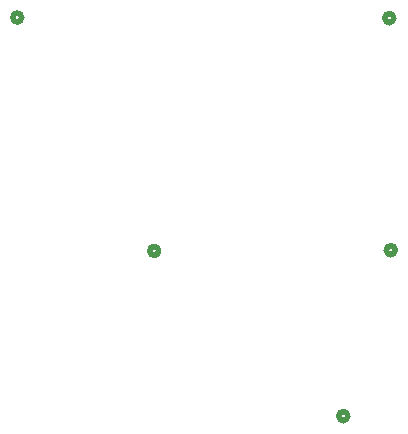
<source format=gbr>
%TF.GenerationSoftware,KiCad,Pcbnew,9.0.3*%
%TF.CreationDate,2025-08-25T22:17:15-05:00*%
%TF.ProjectId,Moco-IOBreakoutPCB,4d6f636f-2d49-44f4-9272-65616b6f7574,rev?*%
%TF.SameCoordinates,Original*%
%TF.FileFunction,Legend,Top*%
%TF.FilePolarity,Positive*%
%FSLAX46Y46*%
G04 Gerber Fmt 4.6, Leading zero omitted, Abs format (unit mm)*
G04 Created by KiCad (PCBNEW 9.0.3) date 2025-08-25 22:17:15*
%MOMM*%
%LPD*%
G01*
G04 APERTURE LIST*
%ADD10C,0.508000*%
%ADD11C,3.200000*%
%ADD12C,1.574800*%
G04 APERTURE END LIST*
D10*
%TO.C,J3*%
X172916699Y-77650000D02*
G75*
G02*
X172154699Y-77650000I-381000J0D01*
G01*
X172154699Y-77650000D02*
G75*
G02*
X172916699Y-77650000I381000J0D01*
G01*
%TO.C,J2*%
X168896097Y-91699999D02*
G75*
G02*
X168134097Y-91699999I-381000J0D01*
G01*
X168134097Y-91699999D02*
G75*
G02*
X168896097Y-91699999I381000J0D01*
G01*
%TO.C,J1*%
X172786103Y-58000000D02*
G75*
G02*
X172024103Y-58000000I-381000J0D01*
G01*
X172024103Y-58000000D02*
G75*
G02*
X172786103Y-58000000I381000J0D01*
G01*
%TO.C,J4*%
X152881700Y-77709999D02*
G75*
G02*
X152119700Y-77709999I-381000J0D01*
G01*
X152119700Y-77709999D02*
G75*
G02*
X152881700Y-77709999I381000J0D01*
G01*
%TO.C,J5*%
X141291701Y-57949999D02*
G75*
G02*
X140529701Y-57949999I-381000J0D01*
G01*
X140529701Y-57949999D02*
G75*
G02*
X141291701Y-57949999I381000J0D01*
G01*
%TD*%
%LPC*%
D11*
%TO.C,REF\u002A\u002A*%
X177500000Y-58000000D03*
%TD*%
%TO.C,REF\u002A\u002A*%
X117000000Y-58000000D03*
%TD*%
D12*
%TO.C,J3*%
X166124998Y-77650000D03*
X163124999Y-77650000D03*
X160125000Y-77650000D03*
X166124998Y-74650001D03*
X163124999Y-74650001D03*
X160125000Y-74650001D03*
%TD*%
%TO.C,J2*%
X162109994Y-91699999D03*
X159109995Y-91699999D03*
X156109996Y-91699999D03*
X153109997Y-91699999D03*
X150109998Y-91699999D03*
X147109999Y-91699999D03*
X144110000Y-91699999D03*
X162109994Y-88700000D03*
X159109995Y-88700000D03*
X156109996Y-88700000D03*
X153109997Y-88700000D03*
X150109998Y-88700000D03*
X147109999Y-88700000D03*
X144110000Y-88700000D03*
%TD*%
%TO.C,J1*%
X166000000Y-58000000D03*
X163000001Y-58000000D03*
X160000002Y-58000000D03*
X157000003Y-58000000D03*
X154000004Y-58000000D03*
X151000005Y-58000000D03*
X148000006Y-58000000D03*
X166000000Y-55000001D03*
X163000001Y-55000001D03*
X160000002Y-55000001D03*
X157000003Y-55000001D03*
X154000004Y-55000001D03*
X151000005Y-55000001D03*
X148000006Y-55000001D03*
%TD*%
%TO.C,J4*%
X146089999Y-77709999D03*
X143090000Y-77709999D03*
X140090001Y-77709999D03*
X146089999Y-74710000D03*
X143090000Y-74710000D03*
X140090001Y-74710000D03*
%TD*%
%TO.C,J5*%
X134500000Y-57949999D03*
X131500001Y-57949999D03*
X128500002Y-57949999D03*
X134500000Y-54950000D03*
X131500001Y-54950000D03*
X128500002Y-54950000D03*
%TD*%
%LPD*%
M02*

</source>
